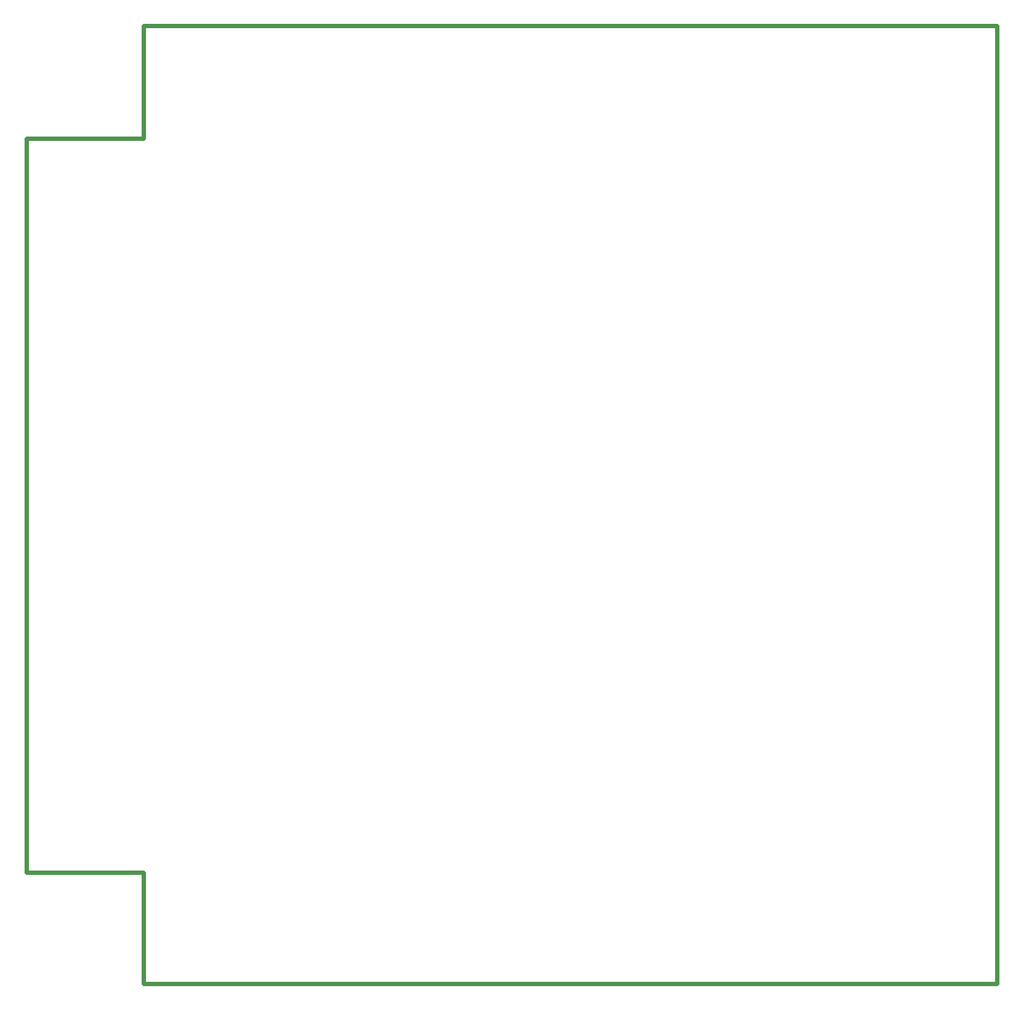
<source format=gm1>
%FSLAX44Y44*%
%MOMM*%
G71*
G01*
G75*
G04 Layer_Color=13278208*
%ADD10C,1.0000*%
%ADD11R,1.2000X1.0000*%
%ADD12R,1.0000X1.2000*%
%ADD13R,0.8000X0.8000*%
%ADD14R,0.8000X0.8000*%
%ADD15R,1.3000X1.6000*%
%ADD16O,2.5400X0.6096*%
%ADD17O,2.0000X0.6100*%
%ADD18O,2.0000X0.6096*%
%ADD19O,2.5400X0.6100*%
%ADD20R,2.8000X2.3000*%
%ADD21R,0.7000X1.2000*%
%ADD22R,1.2000X0.8000*%
%ADD23C,1.0000*%
%ADD24C,0.4064*%
%ADD25C,1.2700*%
%ADD26C,0.7620*%
%ADD27C,0.3810*%
%ADD28C,0.5080*%
%ADD29C,1.0160*%
%ADD30C,0.5000*%
%ADD31C,2.0000*%
%ADD32R,2.0000X2.0000*%
%ADD33C,1.5000*%
%ADD34C,1.6000*%
%ADD35C,2.7000*%
%ADD36C,1.8000*%
%ADD37R,2.5000X2.5000*%
%ADD38C,2.5000*%
%ADD39R,2.7000X2.7000*%
%ADD40C,2.8000*%
%ADD41R,1.8000X1.8000*%
%ADD42R,1.5000X1.5000*%
%ADD43C,0.6096*%
%ADD44C,0.9144*%
%ADD45C,0.2000*%
%ADD46C,0.6000*%
%ADD47C,0.2500*%
%ADD48C,0.2540*%
%ADD49C,0.1000*%
%ADD50R,0.3500X4.4000*%
%ADD51C,1.5000*%
%ADD52R,1.4032X1.2032*%
%ADD53R,1.2032X1.4032*%
%ADD54R,1.0032X1.0032*%
%ADD55R,1.0032X1.0032*%
%ADD56R,1.5032X1.8032*%
%ADD57O,2.7432X0.8128*%
%ADD58O,2.2032X0.8132*%
%ADD59O,2.2032X0.8128*%
%ADD60O,2.7432X0.8132*%
%ADD61R,3.0032X2.5032*%
%ADD62R,0.9032X1.4032*%
%ADD63R,1.4032X1.0032*%
%ADD64C,1.2032*%
%ADD65C,2.2032*%
%ADD66R,2.2032X2.2032*%
%ADD67C,1.7032*%
%ADD68C,1.8032*%
%ADD69C,2.9032*%
%ADD70C,2.0032*%
%ADD71R,2.7032X2.7032*%
%ADD72C,2.7032*%
%ADD73R,2.9032X2.9032*%
%ADD74C,3.0032*%
%ADD75R,2.0032X2.0032*%
%ADD76R,1.7032X1.7032*%
%ADD77C,0.4000*%
D30*
X138000Y400D02*
Y130400D01*
X500D02*
X138000D01*
X500D02*
Y990400D01*
X500Y990400D01*
X138000D01*
X138000Y990400D01*
Y1122900D01*
X138000Y1122900D01*
X1138000D01*
X1138000Y1122900D01*
Y400D02*
Y1122900D01*
X1138000Y400D02*
X1138000Y400D01*
X138000Y400D02*
X1138000D01*
X138000D02*
Y130400D01*
X500D02*
X138000D01*
X500D02*
Y990400D01*
X500Y990400D01*
X138000D01*
X138000Y990400D01*
Y1122900D01*
X138000Y1122900D01*
X1138000D01*
X1138000Y1122900D01*
Y400D02*
Y1122900D01*
X1138000Y400D02*
X1138000Y400D01*
X138000Y400D02*
X1138000D01*
M02*

</source>
